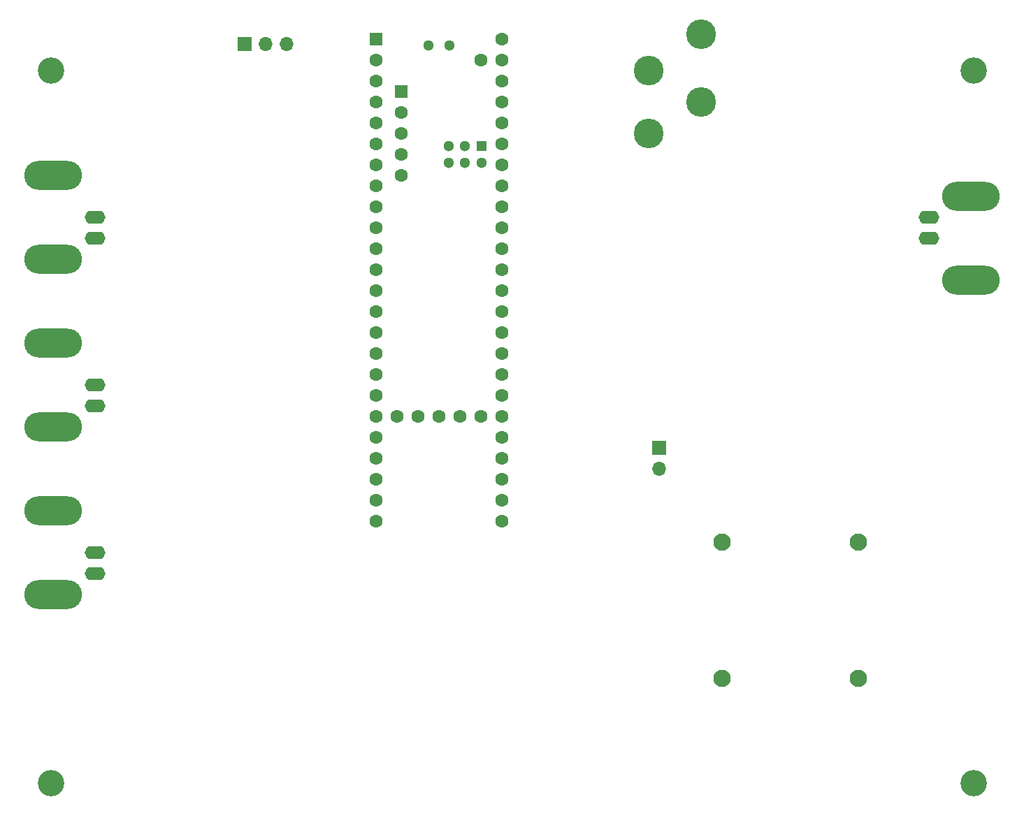
<source format=gbr>
%TF.GenerationSoftware,KiCad,Pcbnew,6.0.2+dfsg-1*%
%TF.CreationDate,2023-03-31T17:06:10+02:00*%
%TF.ProjectId,feedbackController,66656564-6261-4636-9b43-6f6e74726f6c,rev?*%
%TF.SameCoordinates,Original*%
%TF.FileFunction,Soldermask,Bot*%
%TF.FilePolarity,Negative*%
%FSLAX46Y46*%
G04 Gerber Fmt 4.6, Leading zero omitted, Abs format (unit mm)*
G04 Created by KiCad (PCBNEW 6.0.2+dfsg-1) date 2023-03-31 17:06:10*
%MOMM*%
%LPD*%
G01*
G04 APERTURE LIST*
%ADD10R,1.700000X1.700000*%
%ADD11O,1.700000X1.700000*%
%ADD12O,2.500000X1.600000*%
%ADD13O,7.000000X3.500000*%
%ADD14C,3.600000*%
%ADD15C,2.100000*%
%ADD16C,3.200000*%
%ADD17R,1.600000X1.600000*%
%ADD18C,1.600000*%
%ADD19R,1.300000X1.300000*%
%ADD20C,1.300000*%
G04 APERTURE END LIST*
D10*
%TO.C,J6*%
X157480000Y-104140000D03*
D11*
X157480000Y-106680000D03*
%TD*%
D12*
%TO.C,J1*%
X89210000Y-116840000D03*
D13*
X84130000Y-121920000D03*
X84130000Y-111760000D03*
D12*
X89210000Y-119380000D03*
%TD*%
D14*
%TO.C,TP1*%
X156210000Y-58420000D03*
%TD*%
%TO.C,TP4*%
X162560000Y-62230000D03*
%TD*%
D15*
%TO.C,H1*%
X165100000Y-115570000D03*
%TD*%
D16*
%TO.C,H6*%
X195580000Y-58420000D03*
%TD*%
%TO.C,H5*%
X83820000Y-58420000D03*
%TD*%
D12*
%TO.C,J2*%
X89210000Y-76200000D03*
D13*
X84130000Y-71120000D03*
D12*
X89210000Y-78740000D03*
D13*
X84130000Y-81280000D03*
%TD*%
D16*
%TO.C,H8*%
X195580000Y-144780000D03*
%TD*%
D14*
%TO.C,TP2*%
X156210000Y-66040000D03*
%TD*%
D15*
%TO.C,H4*%
X181610000Y-132080000D03*
%TD*%
%TO.C,H3*%
X165100000Y-132080000D03*
%TD*%
D12*
%TO.C,J4*%
X190190000Y-78740000D03*
D13*
X195270000Y-83820000D03*
X195270000Y-73660000D03*
D12*
X190190000Y-76200000D03*
%TD*%
D14*
%TO.C,TP3*%
X162560000Y-53975000D03*
%TD*%
D15*
%TO.C,H2*%
X181610000Y-115570000D03*
%TD*%
D12*
%TO.C,J3*%
X89210000Y-96520000D03*
D13*
X84130000Y-91440000D03*
D12*
X89210000Y-99060000D03*
D13*
X84130000Y-101600000D03*
%TD*%
D16*
%TO.C,H7*%
X83820000Y-144780000D03*
%TD*%
D10*
%TO.C,J5*%
X107330000Y-55220000D03*
D11*
X109870000Y-55220000D03*
X112410000Y-55220000D03*
%TD*%
D17*
%TO.C,U2*%
X123190000Y-54610000D03*
D18*
X123190000Y-57150000D03*
X123190000Y-59690000D03*
X123190000Y-62230000D03*
X123190000Y-64770000D03*
X123190000Y-67310000D03*
X123190000Y-69850000D03*
X123190000Y-72390000D03*
X123190000Y-74930000D03*
X123190000Y-77470000D03*
X123190000Y-80010000D03*
X123190000Y-82550000D03*
X123190000Y-85090000D03*
X123190000Y-87630000D03*
X123190000Y-90170000D03*
X123190000Y-92710000D03*
X123190000Y-95250000D03*
X123190000Y-97790000D03*
X123190000Y-100330000D03*
X123190000Y-102870000D03*
X123190000Y-105410000D03*
X123190000Y-107950000D03*
X123190000Y-110490000D03*
X123190000Y-113030000D03*
X138430000Y-113030000D03*
X138430000Y-110490000D03*
X138430000Y-107950000D03*
X138430000Y-105410000D03*
X138430000Y-102870000D03*
X138430000Y-100330000D03*
X138430000Y-97790000D03*
X138430000Y-95250000D03*
X138430000Y-92710000D03*
X138430000Y-90170000D03*
X138430000Y-87630000D03*
X138430000Y-85090000D03*
X138430000Y-82550000D03*
X138430000Y-80010000D03*
X138430000Y-77470000D03*
X138430000Y-74930000D03*
X138430000Y-72390000D03*
X138430000Y-69850000D03*
X138430000Y-67310000D03*
X138430000Y-64770000D03*
X138430000Y-62230000D03*
X138430000Y-59690000D03*
X138430000Y-57150000D03*
X138430000Y-54610000D03*
X135890000Y-57150000D03*
X125730000Y-100330000D03*
X128270000Y-100330000D03*
X130810000Y-100330000D03*
X133350000Y-100330000D03*
X135890000Y-100330000D03*
D17*
X126240800Y-60909200D03*
D18*
X126240800Y-63449200D03*
X126240800Y-65989200D03*
X126240800Y-68529200D03*
X126240800Y-71069200D03*
D19*
X135991600Y-67580000D03*
D20*
X133991600Y-67580000D03*
X131991600Y-67580000D03*
X131991600Y-69580000D03*
X133991600Y-69580000D03*
X135991600Y-69580000D03*
X132080000Y-55340000D03*
X129540000Y-55340000D03*
%TD*%
M02*

</source>
